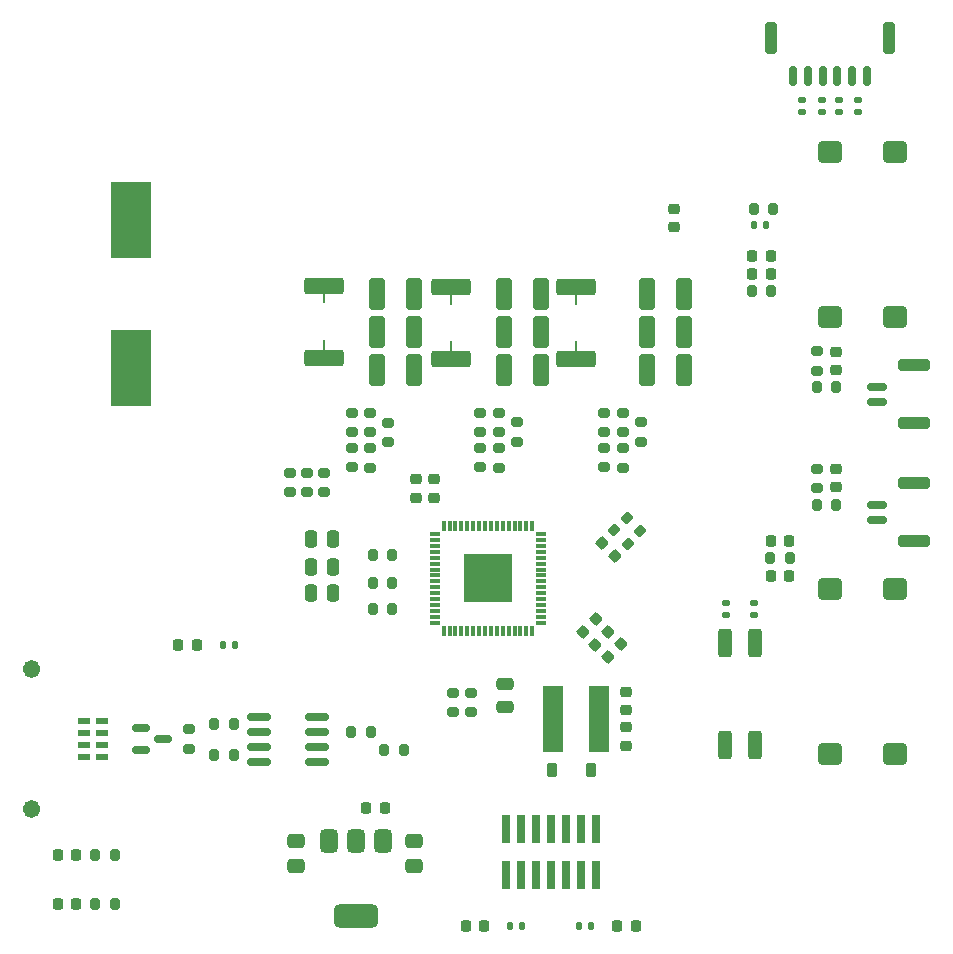
<source format=gbr>
%TF.GenerationSoftware,KiCad,Pcbnew,9.0.6-9.0.6~ubuntu24.04.1*%
%TF.CreationDate,2025-11-20T19:16:13+01:00*%
%TF.ProjectId,FOC_CONTROLLER_V2,464f435f-434f-44e5-9452-4f4c4c45525f,rev?*%
%TF.SameCoordinates,Original*%
%TF.FileFunction,Paste,Top*%
%TF.FilePolarity,Positive*%
%FSLAX46Y46*%
G04 Gerber Fmt 4.6, Leading zero omitted, Abs format (unit mm)*
G04 Created by KiCad (PCBNEW 9.0.6-9.0.6~ubuntu24.04.1) date 2025-11-20 19:16:13*
%MOMM*%
%LPD*%
G01*
G04 APERTURE LIST*
G04 Aperture macros list*
%AMRoundRect*
0 Rectangle with rounded corners*
0 $1 Rounding radius*
0 $2 $3 $4 $5 $6 $7 $8 $9 X,Y pos of 4 corners*
0 Add a 4 corners polygon primitive as box body*
4,1,4,$2,$3,$4,$5,$6,$7,$8,$9,$2,$3,0*
0 Add four circle primitives for the rounded corners*
1,1,$1+$1,$2,$3*
1,1,$1+$1,$4,$5*
1,1,$1+$1,$6,$7*
1,1,$1+$1,$8,$9*
0 Add four rect primitives between the rounded corners*
20,1,$1+$1,$2,$3,$4,$5,0*
20,1,$1+$1,$4,$5,$6,$7,0*
20,1,$1+$1,$6,$7,$8,$9,0*
20,1,$1+$1,$8,$9,$2,$3,0*%
G04 Aperture macros list end*
%ADD10C,0.750000*%
%ADD11RoundRect,0.200000X0.200000X0.275000X-0.200000X0.275000X-0.200000X-0.275000X0.200000X-0.275000X0*%
%ADD12RoundRect,0.135000X0.185000X-0.135000X0.185000X0.135000X-0.185000X0.135000X-0.185000X-0.135000X0*%
%ADD13RoundRect,0.250000X0.412500X1.100000X-0.412500X1.100000X-0.412500X-1.100000X0.412500X-1.100000X0*%
%ADD14RoundRect,0.218750X0.218750X0.256250X-0.218750X0.256250X-0.218750X-0.256250X0.218750X-0.256250X0*%
%ADD15RoundRect,0.200000X-0.275000X0.200000X-0.275000X-0.200000X0.275000X-0.200000X0.275000X0.200000X0*%
%ADD16RoundRect,0.250000X0.250000X0.475000X-0.250000X0.475000X-0.250000X-0.475000X0.250000X-0.475000X0*%
%ADD17RoundRect,0.200000X0.275000X-0.200000X0.275000X0.200000X-0.275000X0.200000X-0.275000X-0.200000X0*%
%ADD18RoundRect,0.225000X0.250000X-0.225000X0.250000X0.225000X-0.250000X0.225000X-0.250000X-0.225000X0*%
%ADD19RoundRect,0.225000X-0.250000X0.225000X-0.250000X-0.225000X0.250000X-0.225000X0.250000X0.225000X0*%
%ADD20RoundRect,0.225000X-0.017678X0.335876X-0.335876X0.017678X0.017678X-0.335876X0.335876X-0.017678X0*%
%ADD21RoundRect,0.135000X-0.135000X-0.185000X0.135000X-0.185000X0.135000X0.185000X-0.135000X0.185000X0*%
%ADD22RoundRect,0.225000X0.225000X0.250000X-0.225000X0.250000X-0.225000X-0.250000X0.225000X-0.250000X0*%
%ADD23RoundRect,0.200000X0.335876X0.053033X0.053033X0.335876X-0.335876X-0.053033X-0.053033X-0.335876X0*%
%ADD24RoundRect,0.218750X-0.218750X-0.256250X0.218750X-0.256250X0.218750X0.256250X-0.218750X0.256250X0*%
%ADD25R,1.050000X0.600000*%
%ADD26RoundRect,0.150000X-0.587500X-0.150000X0.587500X-0.150000X0.587500X0.150000X-0.587500X0.150000X0*%
%ADD27RoundRect,0.225000X-0.225000X-0.250000X0.225000X-0.250000X0.225000X0.250000X-0.225000X0.250000X0*%
%ADD28RoundRect,0.200000X-0.200000X-0.275000X0.200000X-0.275000X0.200000X0.275000X-0.200000X0.275000X0*%
%ADD29RoundRect,0.150000X0.825000X0.150000X-0.825000X0.150000X-0.825000X-0.150000X0.825000X-0.150000X0*%
%ADD30RoundRect,0.250000X-0.475000X0.337500X-0.475000X-0.337500X0.475000X-0.337500X0.475000X0.337500X0*%
%ADD31R,3.500000X6.500000*%
%ADD32RoundRect,0.150000X0.150000X0.700000X-0.150000X0.700000X-0.150000X-0.700000X0.150000X-0.700000X0*%
%ADD33RoundRect,0.250000X0.250000X1.100000X-0.250000X1.100000X-0.250000X-1.100000X0.250000X-1.100000X0*%
%ADD34RoundRect,0.249999X1.425001X-0.450001X1.425001X0.450001X-1.425001X0.450001X-1.425001X-0.450001X0*%
%ADD35RoundRect,0.022875X0.053375X0.423375X-0.053375X0.423375X-0.053375X-0.423375X0.053375X-0.423375X0*%
%ADD36RoundRect,0.200000X-0.335876X-0.053033X-0.053033X-0.335876X0.335876X0.053033X0.053033X0.335876X0*%
%ADD37R,0.850000X0.300000*%
%ADD38R,0.300000X0.850000*%
%ADD39R,4.100000X4.100000*%
%ADD40RoundRect,0.225000X-0.335876X-0.017678X-0.017678X-0.335876X0.335876X0.017678X0.017678X0.335876X0*%
%ADD41RoundRect,0.250000X-0.475000X0.250000X-0.475000X-0.250000X0.475000X-0.250000X0.475000X0.250000X0*%
%ADD42RoundRect,0.270000X0.730000X-0.630000X0.730000X0.630000X-0.730000X0.630000X-0.730000X-0.630000X0*%
%ADD43RoundRect,0.375000X-0.375000X0.625000X-0.375000X-0.625000X0.375000X-0.625000X0.375000X0.625000X0*%
%ADD44RoundRect,0.500000X-1.400000X0.500000X-1.400000X-0.500000X1.400000X-0.500000X1.400000X0.500000X0*%
%ADD45R,0.740000X2.400000*%
%ADD46R,1.700000X5.600000*%
%ADD47RoundRect,0.135000X0.135000X0.185000X-0.135000X0.185000X-0.135000X-0.185000X0.135000X-0.185000X0*%
%ADD48RoundRect,0.150000X0.700000X-0.150000X0.700000X0.150000X-0.700000X0.150000X-0.700000X-0.150000X0*%
%ADD49RoundRect,0.250000X1.100000X-0.250000X1.100000X0.250000X-1.100000X0.250000X-1.100000X-0.250000X0*%
%ADD50RoundRect,0.250000X0.310000X-0.970000X0.310000X0.970000X-0.310000X0.970000X-0.310000X-0.970000X0*%
%ADD51RoundRect,0.225000X-0.225000X-0.375000X0.225000X-0.375000X0.225000X0.375000X-0.225000X0.375000X0*%
G04 APERTURE END LIST*
D10*
%TO.C,J11*%
X102982500Y-111775000D02*
G75*
G02*
X102232500Y-111775000I-375000J0D01*
G01*
X102232500Y-111775000D02*
G75*
G02*
X102982500Y-111775000I375000J0D01*
G01*
X102982500Y-123625000D02*
G75*
G02*
X102232500Y-123625000I-375000J0D01*
G01*
X102232500Y-123625000D02*
G75*
G02*
X102982500Y-123625000I375000J0D01*
G01*
%TD*%
D11*
%TO.C,R36*%
X119725000Y-119090000D03*
X118075000Y-119090000D03*
%TD*%
D12*
%TO.C,R43*%
X171000000Y-64610000D03*
X171000000Y-63590000D03*
%TD*%
D13*
%TO.C,C6*%
X157862500Y-80049996D03*
X154737500Y-80049996D03*
%TD*%
D14*
%TO.C,5V*%
X140927501Y-133500000D03*
X139352499Y-133500000D03*
%TD*%
D15*
%TO.C,R24*%
X152700000Y-90075000D03*
X152700000Y-91725000D03*
%TD*%
D16*
%TO.C,C3*%
X128150000Y-103100000D03*
X126250000Y-103100000D03*
%TD*%
D17*
%TO.C,R5*%
X125924999Y-96800000D03*
X125924999Y-95150000D03*
%TD*%
D15*
%TO.C,R2*%
X139800000Y-113775000D03*
X139800000Y-115425000D03*
%TD*%
D12*
%TO.C,R46*%
X163800000Y-107209999D03*
X163800000Y-106190001D03*
%TD*%
D13*
%TO.C,C32*%
X134962500Y-80049999D03*
X131837500Y-80049999D03*
%TD*%
D11*
%TO.C,NTC1*%
X165425000Y-72800000D03*
X163775000Y-72800000D03*
%TD*%
D15*
%TO.C,R17*%
X129700000Y-93050000D03*
X129700000Y-94700000D03*
%TD*%
D18*
%TO.C,C24*%
X157000000Y-74375000D03*
X157000000Y-72825000D03*
%TD*%
D19*
%TO.C,C29*%
X170675000Y-94850000D03*
X170675000Y-96400000D03*
%TD*%
D11*
%TO.C,R50*%
X170750000Y-87900000D03*
X169100000Y-87900000D03*
%TD*%
D12*
%TO.C,R47*%
X161400000Y-107209999D03*
X161400000Y-106190001D03*
%TD*%
D20*
%TO.C,C11*%
X152515739Y-109669723D03*
X151419723Y-110765739D03*
%TD*%
D17*
%TO.C,R7*%
X124449998Y-96800000D03*
X124449998Y-95150000D03*
%TD*%
D12*
%TO.C,Encoder*%
X172600000Y-64610000D03*
X172600000Y-63590000D03*
%TD*%
D21*
%TO.C,R45*%
X163790000Y-74200000D03*
X164810000Y-74200000D03*
%TD*%
D20*
%TO.C,C12*%
X151448008Y-108601992D03*
X150351992Y-109698008D03*
%TD*%
D11*
%TO.C,R11*%
X109637500Y-127500000D03*
X107987500Y-127500000D03*
%TD*%
D17*
%TO.C,R10*%
X138300000Y-115425000D03*
X138300000Y-113775000D03*
%TD*%
D22*
%TO.C,C9*%
X166750000Y-100900000D03*
X165200000Y-100900000D03*
%TD*%
D15*
%TO.C,R22*%
X140550000Y-93050000D03*
X140550000Y-94700000D03*
%TD*%
D19*
%TO.C,C10*%
X135160000Y-95725000D03*
X135160000Y-97275000D03*
%TD*%
D23*
%TO.C,R28*%
X154151094Y-100115632D03*
X152984368Y-98948906D03*
%TD*%
D19*
%TO.C,C14*%
X136660000Y-95725000D03*
X136660000Y-97275000D03*
%TD*%
D24*
%TO.C,3v3*%
X152172499Y-133500000D03*
X153747501Y-133500000D03*
%TD*%
D25*
%TO.C,J11*%
X108582500Y-119200000D03*
X107032500Y-119200000D03*
X108582500Y-118200000D03*
X107032500Y-118200000D03*
X108582500Y-117200000D03*
X107032500Y-117200000D03*
X108582500Y-116200000D03*
X107032500Y-116200000D03*
%TD*%
D13*
%TO.C,C31*%
X145712500Y-80049996D03*
X142587500Y-80049996D03*
%TD*%
D26*
%TO.C,D2*%
X111900000Y-116750000D03*
X111900000Y-118650000D03*
X113775000Y-117700000D03*
%TD*%
D27*
%TO.C,C18*%
X163625000Y-78300000D03*
X165175000Y-78300000D03*
%TD*%
D15*
%TO.C,R18*%
X131300000Y-90075000D03*
X131300000Y-91725000D03*
%TD*%
D21*
%TO.C,R38*%
X143132500Y-133500000D03*
X144152498Y-133500000D03*
%TD*%
D11*
%TO.C,R30*%
X165225000Y-79800000D03*
X163575000Y-79800000D03*
%TD*%
D24*
%TO.C,LED 2*%
X104825000Y-131690000D03*
X106400000Y-131690000D03*
%TD*%
D19*
%TO.C,C28*%
X170675000Y-84900000D03*
X170675000Y-86450000D03*
%TD*%
D11*
%TO.C,R1*%
X133125000Y-104450000D03*
X131475000Y-104450000D03*
%TD*%
D28*
%TO.C,R8*%
X165150000Y-102400000D03*
X166800000Y-102400000D03*
%TD*%
D29*
%TO.C,U1*%
X126775000Y-119605000D03*
X126775000Y-118335000D03*
X126775000Y-117065000D03*
X126775000Y-115795000D03*
X121825000Y-115795000D03*
X121825000Y-117065000D03*
X121825000Y-118335000D03*
X121825000Y-119605000D03*
%TD*%
D21*
%TO.C,R40*%
X118805000Y-109710001D03*
X119824998Y-109710001D03*
%TD*%
D17*
%TO.C,R51*%
X169125000Y-96450000D03*
X169125000Y-94800000D03*
%TD*%
D30*
%TO.C,C20*%
X125000000Y-126362500D03*
X125000000Y-128437500D03*
%TD*%
D12*
%TO.C,R41*%
X167800000Y-64610000D03*
X167800000Y-63590000D03*
%TD*%
D31*
%TO.C,C2*%
X111033885Y-86250000D03*
X111033885Y-73750000D03*
%TD*%
D30*
%TO.C,C19*%
X135000000Y-126362500D03*
X135000000Y-128437500D03*
%TD*%
D28*
%TO.C,R34*%
X132475000Y-118600000D03*
X134125000Y-118600000D03*
%TD*%
D13*
%TO.C,C21*%
X134962500Y-83250000D03*
X131837500Y-83250000D03*
%TD*%
D32*
%TO.C,J12*%
X173325000Y-61550000D03*
X172075000Y-61550000D03*
X170825000Y-61550000D03*
X169575000Y-61550000D03*
X168325000Y-61550000D03*
X167075000Y-61550000D03*
D33*
X175175000Y-58350000D03*
X165225000Y-58350000D03*
%TD*%
D11*
%TO.C,R4*%
X133125000Y-106650000D03*
X131475000Y-106650000D03*
%TD*%
D34*
%TO.C,R32*%
X138100000Y-85550000D03*
D35*
X138100000Y-84500001D03*
X138100000Y-80499999D03*
D34*
X138100000Y-79450000D03*
%TD*%
D11*
%TO.C,R48*%
X109637500Y-131700000D03*
X107987500Y-131700000D03*
%TD*%
D36*
%TO.C,R29*%
X151916637Y-100016637D03*
X153083363Y-101183363D03*
%TD*%
D18*
%TO.C,C13*%
X152900000Y-115267893D03*
X152900000Y-113717893D03*
%TD*%
D37*
%TO.C,IC1*%
X145700000Y-107850000D03*
X145700000Y-107350000D03*
X145700000Y-106850000D03*
X145700000Y-106350000D03*
X145700000Y-105850000D03*
X145700000Y-105350000D03*
X145700000Y-104850000D03*
X145700000Y-104350000D03*
X145700000Y-103850000D03*
X145700000Y-103350000D03*
X145700000Y-102850000D03*
X145700000Y-102350000D03*
X145700000Y-101850000D03*
X145700000Y-101350000D03*
X145700000Y-100850000D03*
X145700000Y-100350000D03*
D38*
X145000000Y-99650000D03*
X144500000Y-99650000D03*
X144000000Y-99650000D03*
X143500000Y-99650000D03*
X143000000Y-99650000D03*
X142500000Y-99650000D03*
X142000000Y-99650000D03*
X141500000Y-99650000D03*
X141000000Y-99650000D03*
X140500000Y-99650000D03*
X140000000Y-99650000D03*
X139500000Y-99650000D03*
X139000000Y-99650000D03*
X138500000Y-99650000D03*
X138000000Y-99650000D03*
X137500000Y-99650000D03*
D37*
X136800000Y-100350000D03*
X136800000Y-100850000D03*
X136800000Y-101350000D03*
X136800000Y-101850000D03*
X136800000Y-102350000D03*
X136800000Y-102850000D03*
X136800000Y-103350000D03*
X136800000Y-103850000D03*
X136800000Y-104350000D03*
X136800000Y-104850000D03*
X136800000Y-105350000D03*
X136800000Y-105850000D03*
X136800000Y-106350000D03*
X136800000Y-106850000D03*
X136800000Y-107350000D03*
X136800000Y-107850000D03*
D38*
X137500000Y-108550000D03*
X138000000Y-108550000D03*
X138500000Y-108550000D03*
X139000000Y-108550000D03*
X139500000Y-108550000D03*
X140000000Y-108550000D03*
X140500000Y-108550000D03*
X141000000Y-108550000D03*
X141500000Y-108550000D03*
X142000000Y-108550000D03*
X142500000Y-108550000D03*
X143000000Y-108550000D03*
X143500000Y-108550000D03*
X144000000Y-108550000D03*
X144500000Y-108550000D03*
X145000000Y-108550000D03*
D39*
X141250000Y-104100000D03*
%TD*%
D16*
%TO.C,C5*%
X128150000Y-100750000D03*
X126250000Y-100750000D03*
%TD*%
D17*
%TO.C,R14*%
X132800000Y-92550000D03*
X132800000Y-90900000D03*
%TD*%
D19*
%TO.C,1  2*%
X152900000Y-116717893D03*
X152900000Y-118267893D03*
%TD*%
D14*
%TO.C,D5*%
X116600000Y-109700000D03*
X115024998Y-109700000D03*
%TD*%
D40*
%TO.C,C17*%
X150891332Y-101112652D03*
X151987348Y-102208668D03*
%TD*%
D41*
%TO.C,C8*%
X142700000Y-113050001D03*
X142700000Y-114949999D03*
%TD*%
D42*
%TO.C,USER*%
X170225000Y-82000000D03*
X170225000Y-68000000D03*
X175725000Y-82000000D03*
X175725000Y-68000000D03*
%TD*%
D17*
%TO.C,R3*%
X127400000Y-96800000D03*
X127400000Y-95150000D03*
%TD*%
D15*
%TO.C,R16*%
X129700000Y-90075000D03*
X129700000Y-91725000D03*
%TD*%
D34*
%TO.C,R33*%
X148700000Y-85550000D03*
D35*
X148700000Y-84500001D03*
X148700000Y-80499999D03*
D34*
X148700000Y-79450000D03*
%TD*%
D43*
%TO.C,J10*%
X132400000Y-126350000D03*
X130100000Y-126350000D03*
X127800000Y-126350000D03*
D44*
X130100000Y-132650000D03*
%TD*%
D17*
%TO.C,R20*%
X143700000Y-92525000D03*
X143700000Y-90875000D03*
%TD*%
D24*
%TO.C,LED 1*%
X104825000Y-127500000D03*
X106400000Y-127500000D03*
%TD*%
D13*
%TO.C,C27*%
X134962500Y-86449999D03*
X131837500Y-86449999D03*
%TD*%
D15*
%TO.C,R19*%
X142150000Y-90075000D03*
X142150000Y-91725000D03*
%TD*%
D27*
%TO.C,C30*%
X130950000Y-123500000D03*
X132500000Y-123500000D03*
%TD*%
D42*
%TO.C,nRST1*%
X170225000Y-119000000D03*
X170225000Y-105000000D03*
X175725000Y-119000000D03*
X175725000Y-105000000D03*
%TD*%
D34*
%TO.C,R31*%
X127400000Y-85450000D03*
D35*
X127400000Y-84400001D03*
X127400000Y-80399999D03*
D34*
X127400000Y-79350000D03*
%TD*%
D17*
%TO.C,R21*%
X142150000Y-94725000D03*
X142150000Y-93075000D03*
%TD*%
D13*
%TO.C,C26*%
X157862500Y-83249998D03*
X154737500Y-83249998D03*
%TD*%
D45*
%TO.C,JTAG*%
X142790000Y-129250000D03*
X142790000Y-125350000D03*
X144060000Y-129250000D03*
X144060000Y-125350000D03*
X145330000Y-129250000D03*
X145330000Y-125350000D03*
X146600000Y-129250000D03*
X146600000Y-125350000D03*
X147870000Y-129250000D03*
X147870000Y-125350000D03*
X149140000Y-129250000D03*
X149140000Y-125350000D03*
X150410000Y-129250000D03*
X150410000Y-125350000D03*
%TD*%
D46*
%TO.C,L1*%
X146735786Y-116000000D03*
X150635786Y-116000000D03*
%TD*%
D28*
%TO.C,R35*%
X129675000Y-117100000D03*
X131325000Y-117100000D03*
%TD*%
D17*
%TO.C,R49*%
X169125000Y-86500000D03*
X169125000Y-84850000D03*
%TD*%
D22*
%TO.C,R12*%
X165175000Y-76800000D03*
X163625000Y-76800000D03*
%TD*%
D12*
%TO.C,R42*%
X169500000Y-64610000D03*
X169500000Y-63590000D03*
%TD*%
D11*
%TO.C,GATE HIGH*%
X133125000Y-102100000D03*
X131475000Y-102100000D03*
%TD*%
D22*
%TO.C,R9*%
X166750000Y-103900000D03*
X165200000Y-103900000D03*
%TD*%
D15*
%TO.C,R53*%
X115900000Y-116875000D03*
X115900000Y-118525000D03*
%TD*%
D47*
%TO.C,R39*%
X149967499Y-133510001D03*
X148947501Y-133510001D03*
%TD*%
D48*
%TO.C,LSW1*%
X174150000Y-89125000D03*
X174150000Y-87875000D03*
D49*
X177350000Y-90975000D03*
X177350000Y-86025000D03*
%TD*%
D20*
%TO.C,C15*%
X150428680Y-107578680D03*
X149332664Y-108674696D03*
%TD*%
D48*
%TO.C,LSW2*%
X174150000Y-99125000D03*
X174150000Y-97875000D03*
D49*
X177350000Y-100975000D03*
X177350000Y-96025000D03*
%TD*%
D17*
%TO.C,R25*%
X154200000Y-92525000D03*
X154200000Y-90875000D03*
%TD*%
D15*
%TO.C,R27*%
X151100000Y-93050000D03*
X151100000Y-94700000D03*
%TD*%
D17*
%TO.C,R15*%
X131300000Y-94725000D03*
X131300000Y-93075000D03*
%TD*%
D13*
%TO.C,C4*%
X157862500Y-86449998D03*
X154737500Y-86449998D03*
%TD*%
D15*
%TO.C,R23*%
X151100000Y-90075000D03*
X151100000Y-91725000D03*
%TD*%
%TO.C,R13*%
X140550000Y-90075000D03*
X140550000Y-91725000D03*
%TD*%
D13*
%TO.C,C33*%
X145712500Y-83249998D03*
X142587500Y-83249998D03*
%TD*%
%TO.C,C22*%
X145712500Y-86449998D03*
X142587500Y-86449998D03*
%TD*%
D11*
%TO.C,R52*%
X170750000Y-97850000D03*
X169100000Y-97850000D03*
%TD*%
%TO.C,R37*%
X119725000Y-116390000D03*
X118075000Y-116390000D03*
%TD*%
D16*
%TO.C,BOOT*%
X128150000Y-105350000D03*
X126250000Y-105350000D03*
%TD*%
D50*
%TO.C,Adress*%
X161330000Y-118205000D03*
X163870000Y-118205000D03*
X163870000Y-109595000D03*
X161330000Y-109595000D03*
%TD*%
D17*
%TO.C,R26*%
X152700000Y-94725000D03*
X152700000Y-93075000D03*
%TD*%
D51*
%TO.C,D4*%
X146650000Y-120292893D03*
X149950000Y-120292893D03*
%TD*%
M02*

</source>
